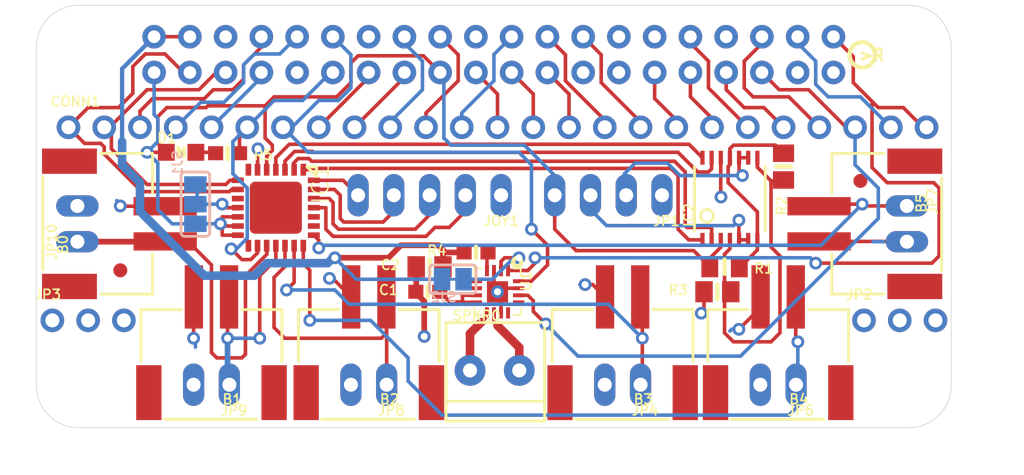
<source format=kicad_pcb>
(kicad_pcb (version 20211014) (generator pcbnew)
  (layers (0 "F.Cu" signal) (31 "B.Cu" signal) (34 "B.Paste" user) (35 "F.Paste" user) (36 "B.SilkS" user "B.Silkscreen") (37 "F.SilkS" user "F.Silkscreen") (38 "B.Mask" user) (39 "F.Mask" user) (44 "Edge.Cuts" user))
  (net 0 "")
  (net 1 "SDA")
  (net 2 "SCL")
  (net 3 "GPIO4")
  (net 4 "GPIO17")
  (net 5 "GPIO27")
  (net 6 "GPIO22")
  (net 7 "SPI_MOSI")
  (net 8 "SPI_MISO")
  (net 9 "SPI_SCLK")
  (net 10 "GPIO5")
  (net 11 "GPIO6")
  (net 12 "GPIO13")
  (net 13 "GPIO26")
  (net 14 "3.3V")
  (net 15 "GND")
  (net 16 "TXD")
  (net 17 "RXD")
  (net 18 "GPIO24")
  (net 19 "GPIO25")
  (net 20 "SPI_CE0")
  (net 21 "SPI_CE1")
  (net 22 "EECLK")
  (net 23 "GPIO16")
  (net 24 "GPIO20")
  (net 25 "GPIO23")
  (net 26 "EEDATA")
  (net 27 "GPIO12")
  (net 28 "B1_0")
  (net 29 "B1_1")
  (net 30 "B1_2")
  (net 31 "B1_3")
  (net 32 "B1_4")
  (net 33 "J1_0")
  (net 34 "J1_1")
  (net 35 "J1_2")
  (net 36 "J1_3")
  (net 37 "B1_5")
  (net 38 "2/3")
  (net 39 "1/3")
  (net 40 "+5V")
  (net 41 "LEFT")
  (net 42 "RIGHT")
  (net 43 "DOWN")
  (net 44 "UP")
  (net 45 "XOUT")
  (net 46 "YOUT")
  (net 47 "SD_MODE")
  (net 48 "VO-")
  (net 49 "VO+")
  (net 50 "BCLK")
  (net 51 "LRCLK")
  (net 52 "DIN")
  (net 53 "GAIN")
  (net 54 "N$1")
  (net 55 "N$2")
  (footprint "boardEagle:PI_BONNET" (layer "F.Cu") (at 116.0011 120.0036)
    (fp_text reference "RPI1" hide)
    (fp_text value "RASPBERRYPI_BPLUS_PHAT" hide)
    (fp_line (start 0 -27) (end 0 -3) (layer "Edge.Cuts") (width 0.05))
    (fp_line (start 65 -3) (end 65 -27) (layer "Edge.Cuts") (width 0.05))
    (fp_line (start 3 0) (end 62 0) (layer "Edge.Cuts") (width 0.05))
    (fp_line (start 62 -30) (end 3 -30) (layer "Edge.Cuts") (width 0.05))
    (fp_arc (start 62 -30) (mid 64.12132 -29.12132) (end 65 -27) (layer "Edge.Cuts") (width 0.05))
    (fp_arc (start 65 -3) (mid 64.12132 -0.87868) (end 62 0) (layer "Edge.Cuts") (width 0.05))
    (fp_arc (start 0 -27) (mid 0.87868 -29.12132) (end 3 -30) (layer "Edge.Cuts") (width 0.05))
    (fp_arc (start 3 0) (mid 0.87868 -0.87868) (end 0 -3) (layer "Edge.Cuts") (width 0.05))
  )
  (footprint "boardEagle:TERMBLOCK_1X2-3.5MM" (layer "F.Cu") (at 148.5131 115.9396)
    (fp_text reference "SPKR0")
    (fp_text value "3.5mm")
  )
  (footprint "boardEagle:1X25_ROUND_70MIL" (layer "F.Cu") (at 148.7671 98.6676)
    (fp_text reference "CONN1")
    (fp_text value "HEADER-1X25")
  )
  (footprint "boardEagle:JST-XH-2-SM4" (layer "F.Cu") (at 157.6571 113.0186 180)
    (fp_text reference "B3")
    (fp_text value "CON_JST_XH_2PIN-SM4")
  )
  (footprint "boardEagle:1X04_OVAL" (layer "F.Cu") (at 156.6411 103.4936 180)
    (fp_text reference "JP1")
    (fp_text value "")
  )
  (footprint "boardEagle:0603-NO" (layer "F.Cu") (at 143.8141 110.3516 180)
    (fp_text reference "C1")
    (fp_text value "0.1uF")
  )
  (footprint "boardEagle:1X02_OVAL" (layer "F.Cu") (at 168.7061 116.9556 180)
    (fp_text reference "JP6")
    (fp_text value "")
  )
  (footprint "boardEagle:1X02_OVAL" (layer "F.Cu") (at 157.6571 116.9556 180)
    (fp_text reference "JP4")
    (fp_text value "")
  )
  (footprint "boardEagle:1X03_ROUND" (layer "F.Cu") (at 177.3421 112.3836)
    (fp_text reference "JP2")
    (fp_text value "")
  )
  (footprint "boardEagle:QFN28-ML_6X6MM" (layer "F.Cu") (at 133.0191 104.3826 -90)
    (fp_text reference "IC1")
    (fp_text value "MCP23017ML")
  )
  (footprint "boardEagle:JST-XH-2-SM4" (layer "F.Cu") (at 168.7061 113.0186 180)
    (fp_text reference "B4")
    (fp_text value "CON_JST_XH_2PIN-SM4")
  )
  (footprint "boardEagle:1X02_OVAL" (layer "F.Cu") (at 177.8501 105.5256 -90)
    (fp_text reference "JP7")
    (fp_text value "")
  )
  (footprint "boardEagle:0805-NO" (layer "F.Cu") (at 164.3881 110.3516 180)
    (fp_text reference "R3")
    (fp_text value "10K")
  )
  (footprint "boardEagle:1X03_ROUND" (layer "F.Cu") (at 119.6841 112.3836)
    (fp_text reference "JP3")
    (fp_text value "")
  )
  (footprint "boardEagle:FIDUCIAL_1MM" (layer "F.Cu") (at 121.9701 108.8276)
    (fp_text reference "FID3" hide)
    (fp_text value "FIDUCIAL\"\"" hide)
  )
  (footprint "boardEagle:0805-NO" (layer "F.Cu") (at 169.0871 101.4616 -90)
    (fp_text reference "R2")
    (fp_text value "10K")
  )
  (footprint "boardEagle:TSSOP14" (layer "F.Cu") (at 165.2771 103.7476)
    (fp_text reference "IC2")
    (fp_text value "LM339P")
  )
  (footprint "boardEagle:1X05_OVAL" (layer "F.Cu") (at 143.9411 103.4936 180)
    (fp_text reference "JOY1")
    (fp_text value "")
  )
  (footprint "boardEagle:1X02_OVAL" (layer "F.Cu") (at 118.9221 105.5256 90)
    (fp_text reference "JP10")
    (fp_text value "")
  )
  (footprint "boardEagle:PCBFEAT-REV-040" (layer "F.Cu") (at 174.6751 93.5241)
    (fp_text reference "U$11" hide)
    (fp_text value "" hide)
  )
  (footprint "boardEagle:CHIPLED_0805_NOOUTLINE" (layer "F.Cu") (at 126.2881 100.4456 -90)
    (fp_text reference "D1")
    (fp_text value "red")
  )
  (footprint "boardEagle:QFN16_3MM" (layer "F.Cu") (at 148.7671 110.3516 -90)
    (fp_text reference "U1")
    (fp_text value "MAX98357A")
  )
  (footprint "boardEagle:JST-XH-2-SM4" (layer "F.Cu") (at 139.6231 113.0186 180)
    (fp_text reference "B2")
    (fp_text value "CON_JST_XH_2PIN-SM4")
  )
  (footprint "boardEagle:0805_10MGAP" (layer "F.Cu") (at 164.8961 108.5736)
    (fp_text reference "R1")
    (fp_text value "10K")
  )
  (footprint "boardEagle:JST-XH-2-SM4" (layer "F.Cu") (at 128.4471 113.0186 180)
    (fp_text reference "B1")
    (fp_text value "CON_JST_XH_2PIN-SM4")
  )
  (footprint "boardEagle:1X02_OVAL" (layer "F.Cu") (at 139.6231 116.9556 180)
    (fp_text reference "JP8")
    (fp_text value "")
  )
  (footprint "boardEagle:0603-NO" (layer "F.Cu") (at 147.2431 107.5576 180)
    (fp_text reference "R4")
    (fp_text value "1M")
  )
  (footprint "boardEagle:BONNET_ARCADE_REVB_TOP" (layer "F.Cu") (at 116.0011 120.0036)
    (fp_text reference "U$19" hide)
    (fp_text value "" hide)
  )
  (footprint "boardEagle:JST-XH-2-SM4" (layer "F.Cu") (at 122.8591 105.5256 90)
    (fp_text reference "B0")
    (fp_text value "CON_JST_XH_2PIN-SM4")
  )
  (footprint "boardEagle:1X02_OVAL" (layer "F.Cu") (at 128.4471 116.9556 180)
    (fp_text reference "JP9")
    (fp_text value "")
  )
  (footprint "boardEagle:0603-NO" (layer "F.Cu") (at 129.5901 100.5091)
    (fp_text reference "R5")
    (fp_text value "1K")
  )
  (footprint "boardEagle:JST-XH-2-SM4" (layer "F.Cu") (at 173.9131 105.5256 -90)
    (fp_text reference "B5")
    (fp_text value "CON_JST_XH_2PIN-SM4")
  )
  (footprint "boardEagle:FIDUCIAL_1MM" (layer "F.Cu") (at 174.5481 102.4776)
    (fp_text reference "FID2" hide)
    (fp_text value "FIDUCIAL\"\"" hide)
  )
  (footprint "boardEagle:0805-NO" (layer "F.Cu") (at 143.9411 108.5736 180)
    (fp_text reference "C2")
    (fp_text value "10uF")
  )
  (footprint "boardEagle:BONNET_ARCADE_REVB_BOT" (layer "B.Cu") (at 181.0251 120.0036 180)
    (fp_text reference "U$20" hide)
    (fp_text value "" hide)
  )
  (footprint "boardEagle:SOLDERJUMPER_CLOSEDWIRE" (layer "B.Cu") (at 145.5921 109.4626)
    (fp_text reference "SJ2")
    (fp_text value "")
  )
  (footprint "boardEagle:SOLDERJUMPER_2WAY_OPEN_NOPASTE" (layer "B.Cu") (at 127.3041 104.1286 -90)
    (fp_text reference "SJ1")
    (fp_text value "ADDR")
  )
  (segment (start 120.8271 100.5726) (end 120.8271 100.0646) (width 0.254) (layer "F.Cu") (net 1))
  (segment (start 120.8271 100.0646) (end 120.5731 99.8106) (width 0.254) (layer "F.Cu") (net 1))
  (segment (start 119.6841 97.2706) (end 121.8431 97.2706) (width 0.254) (layer "F.Cu") (net 1))
  (segment (start 122.8591 94.3496) (end 123.7481 93.4606) (width 0.254) (layer "F.Cu") (net 1))
  (segment (start 120.5731 99.8106) (end 119.4301 99.8106) (width 0.254) (layer "F.Cu") (net 1))
  (segment (start 121.8431 97.2706) (end 122.8591 96.2546) (width 0.254) (layer "F.Cu") (net 1))
  (segment (start 129.8741 103.0826) (end 130.3191 103.0826) (width 0.254) (layer "F.Cu") (net 1))
  (segment (start 126.4581 94.7736) (end 126.9111 94.7736) (width 0.254) (layer "F.Cu") (net 1))
  (segment (start 118.2871 98.6676) (end 119.6841 97.2706) (width 0.254) (layer "F.Cu") (net 1))
  (segment (start 129.7171 103.2396) (end 129.8741 103.0826) (width 0.254) (layer "F.Cu") (net 1))
  (segment (start 119.4301 99.8106) (end 118.2871 98.6676) (width 0.254) (layer "F.Cu") (net 1))
  (segment (start 123.4941 103.2396) (end 129.7171 103.2396) (width 0.254) (layer "F.Cu") (net 1))
  (segment (start 123.7481 93.4606) (end 125.1451 93.4606) (width 0.254) (layer "F.Cu") (net 1))
  (segment (start 122.8591 96.2546) (end 122.8591 94.3496) (width 0.254) (layer "F.Cu") (net 1))
  (segment (start 123.4941 103.2396) (end 120.8271 100.5726) (width 0.254) (layer "F.Cu") (net 1))
  (segment (start 125.1451 93.4606) (end 126.4581 94.7736) (width 0.254) (layer "F.Cu") (net 1))
  (segment (start 121.3351 100.1916) (end 121.3351 99.1756) (width 0.254) (layer "F.Cu") (net 2))
  (segment (start 123.8751 96.0006) (end 127.5581 96.0006) (width 0.254) (layer "F.Cu") (net 2))
  (segment (start 129.7621 102.4326) (end 130.3191 102.4326) (width 0.254) (layer "F.Cu") (net 2))
  (segment (start 127.5581 96.0006) (end 128.7851 94.7736) (width 0.254) (layer "F.Cu") (net 2))
  (segment (start 123.8751 102.7316) (end 129.4631 102.7316) (width 0.254) (layer "F.Cu") (net 2))
  (segment (start 120.8271 98.6676) (end 121.2081 98.6676) (width 0.254) (layer "F.Cu") (net 2))
  (segment (start 123.8751 102.7316) (end 121.3351 100.1916) (width 0.254) (layer "F.Cu") (net 2))
  (segment (start 121.3351 99.1756) (end 120.8271 98.6676) (width 0.254) (layer "F.Cu") (net 2))
  (segment (start 129.4631 102.7316) (end 129.7621 102.4326) (width 0.254) (layer "F.Cu") (net 2))
  (segment (start 121.2081 98.6676) (end 123.8751 96.0006) (width 0.254) (layer "F.Cu") (net 2))
  (segment (start 128.7851 94.7736) (end 129.4511 94.7736) (width 0.254) (layer "F.Cu") (net 2))
  (segment (start 128.4471 98.6676) (end 131.9911 95.1236) (width 0.254) (layer "B.Cu") (net 3))
  (segment (start 131.9911 95.1236) (end 131.9911 94.7736) (width 0.254) (layer "B.Cu") (net 3))
  (segment (start 130.6061 108.0656) (end 129.8441 107.3036) (width 0.254) (layer "F.Cu") (net 4))
  (segment (start 130.4401 99.2146) (end 130.9871 98.6676) (width 0.254) (layer "F.Cu") (net 4))
  (segment (start 131.7191 107.0826) (end 131.7191 107.5876) (width 0.254) (layer "F.Cu") (net 4))
  (segment (start 131.2411 108.0656) (end 130.6061 108.0656) (width 0.254) (layer "F.Cu") (net 4))
  (segment (start 130.4401 100.5091) (end 130.4401 99.2146) (width 0.254) (layer "F.Cu") (net 4))
  (segment (start 131.7191 107.5876) (end 131.2411 108.0656) (width 0.254) (layer "F.Cu") (net 4))
  (via (at 129.8441 107.3036) (size 0.9064) (drill 0.5) (layers "F.Cu" "B.Cu") (net 4))
  (segment (start 130.2251 107.3036) (end 129.8441 107.3036) (width 0.254) (layer "B.Cu") (net 4))
  (segment (start 130.9871 102.9856) (end 130.9871 106.5416) (width 0.254) (layer "B.Cu") (net 4))
  (segment (start 129.9711 101.9696) (end 130.9871 102.9856) (width 0.254) (layer "B.Cu") (net 4))
  (segment (start 130.9871 106.5416) (end 130.2251 107.3036) (width 0.254) (layer "B.Cu") (net 4))
  (segment (start 130.9871 98.6676) (end 132.8921 96.7626) (width 0.254) (layer "B.Cu") (net 4))
  (segment (start 129.9711 99.6836) (end 129.9711 101.9696) (width 0.254) (layer "B.Cu") (net 4))
  (segment (start 132.8921 96.7626) (end 134.9241 96.7626) (width 0.254) (layer "B.Cu") (net 4))
  (segment (start 130.9871 98.6676) (end 129.9711 99.6836) (width 0.254) (layer "B.Cu") (net 4))
  (segment (start 134.9241 96.7626) (end 136.9131 94.7736) (width 0.254) (layer "B.Cu") (net 4))
  (segment (start 136.9131 94.7736) (end 137.0711 94.7736) (width 0.254) (layer "B.Cu") (net 4))
  (segment (start 139.6111 95.1236) (end 136.0671 98.6676) (width 0.254) (layer "F.Cu") (net 5))
  (segment (start 139.6111 94.7736) (end 139.6111 95.1236) (width 0.254) (layer "F.Cu") (net 5))
  (segment (start 142.1511 94.7736) (end 142.1511 95.1236) (width 0.254) (layer "F.Cu") (net 6))
  (segment (start 142.1511 95.1236) (end 138.6071 98.6676) (width 0.254) (layer "F.Cu") (net 6))
  (segment (start 148.7671 96.3096) (end 148.7671 98.6676) (width 0.254) (layer "F.Cu") (net 7))
  (segment (start 147.2311 94.7736) (end 148.7671 96.3096) (width 0.254) (layer "F.Cu") (net 7))
  (segment (start 151.3071 96.3096) (end 151.3071 98.6676) (width 0.254) (layer "F.Cu") (net 8))
  (segment (start 149.7711 94.7736) (end 151.3071 96.3096) (width 0.254) (layer "F.Cu") (net 8))
  (segment (start 152.3111 94.7736) (end 153.8471 96.3096) (width 0.254) (layer "F.Cu") (net 9))
  (segment (start 153.8471 96.3096) (end 153.8471 98.6676) (width 0.254) (layer "F.Cu") (net 9))
  (segment (start 159.9311 94.7736) (end 159.9311 96.6236) (width 0.254) (layer "F.Cu") (net 10))
  (segment (start 159.9311 96.6236) (end 161.4671 98.1596) (width 0.254) (layer "F.Cu") (net 10))
  (segment (start 161.4671 98.1596) (end 161.4671 98.6676) (width 0.254) (layer "F.Cu") (net 10))
  (segment (start 162.4711 94.7736) (end 162.4711 96.4966) (width 0.254) (layer "F.Cu") (net 11))
  (segment (start 164.0071 98.0326) (end 164.0071 98.6676) (width 0.254) (layer "F.Cu") (net 11))
  (segment (start 162.4711 96.4966) (end 164.0071 98.0326) (width 0.254) (layer "F.Cu") (net 11))
  (segment (start 166.2931 97.2706) (end 167.6901 97.2706) (width 0.254) (layer "F.Cu") (net 12))
  (segment (start 165.0111 95.9886) (end 166.2931 97.2706) (width 0.254) (layer "F.Cu") (net 12))
  (segment (start 165.0111 94.7736) (end 165.0111 95.9886) (width 0.254) (layer "F.Cu") (net 12))
  (segment (start 167.6901 97.2706) (end 169.0871 98.6676) (width 0.254) (layer "F.Cu") (net 12))
  (segment (start 138.8611 93.5876) (end 143.5051 93.5876) (width 0.254) (layer "F.Cu") (net 14))
  (segment (start 130.3191 105.0326) (end 129.2091 105.0326) (width 0.254) (layer "F.Cu") (net 14))
  (segment (start 132.8921 96.5086) (end 137.3371 96.5086) (width 0.254) (layer "F.Cu") (net 14))
  (segment (start 138.3531 94.0956) (end 138.8611 93.5876) (width 0.254) (layer "F.Cu") (net 14))
  (segment (start 132.7651 100.3186) (end 132.7651 99.934144) (width 0.254) (layer "F.Cu") (net 14))
  (segment (start 132.3691 100.7146) (end 132.7651 100.3186) (width 0.254) (layer "F.Cu") (net 14))
  (segment (start 137.3371 96.5086) (end 138.3531 95.4926) (width 0.254) (layer "F.Cu") (net 14))
  (segment (start 125.2721 100.4456) (end 125.2381 100.4456) (width 0.254) (layer "F.Cu") (net 14))
  (segment (start 124.6371 99.8106) (end 125.2721 100.4456) (width 0.254) (layer "F.Cu") (net 14))
  (segment (start 163.8461 107.9726) (end 163.8461 108.5736) (width 0.254) (layer "F.Cu") (net 14))
  (segment (start 132.2571 97.1436) (end 132.2571 99.426144) (width 0.254) (layer "F.Cu") (net 14))
  (segment (start 125.2721 97.2706) (end 124.6371 97.9056) (width 0.254) (layer "F.Cu") (net 14))
  (segment (start 129.2391 105.6826) (end 129.2091 105.6526) (width 0.254) (layer "F.Cu") (net 14))
  (segment (start 129.2091 105.6826) (end 129.2091 105.6526) (width 0.254) (layer "F.Cu") (net 14))
  (segment (start 129.2091 105.6526) (end 129.2091 105.0326) (width 0.254) (layer "F.Cu") (net 14))
  (segment (start 124.6371 97.9056) (end 124.6371 99.8106) (width 0.254) (layer "F.Cu") (net 14))
  (segment (start 128.0661 97.2706) (end 125.2721 97.2706) (width 0.254) (layer "F.Cu") (net 14))
  (segment (start 129.2091 105.6526) (end 129.0821 105.5256) (width 0.254) (layer "F.Cu") (net 14))
  (segment (start 164.6271 106.6654) (end 164.6271 107.1916) (width 0.254) (layer "F.Cu") (net 14))
  (segment (start 154.3551 107.4306) (end 162.7031 107.4306) (width 0.254) (layer "F.Cu") (net 14))
  (segment (start 130.3191 106.3326) (end 129.2091 106.3326) (width 0.254) (layer "F.Cu") (net 14))
  (segment (start 125.2381 100.4456) (end 123.8751 100.4456) (width 0.254) (layer "F.Cu") (net 14))
  (segment (start 164.6271 107.1916) (end 163.8461 107.9726) (width 0.254) (layer "F.Cu") (net 14))
  (segment (start 128.1931 97.1436) (end 132.2571 97.1436) (width 0.254) (layer "F.Cu") (net 14))
  (segment (start 130.3191 105.6826) (end 129.2391 105.6826) (width 0.254) (layer "F.Cu") (net 14))
  (segment (start 128.1931 97.1436) (end 128.0661 97.2706) (width 0.254) (layer "F.Cu") (net 14))
  (segment (start 129.2091 106.3326) (end 129.2091 105.6826) (width 0.254) (layer "F.Cu") (net 14))
  (segment (start 162.7031 107.4306) (end 163.8461 108.5736) (width 0.254) (layer "F.Cu") (net 14))
  (segment (start 152.8311 103.4936) (end 152.8311 105.9066) (width 0.254) (layer "F.Cu") (net 14))
  (segment (start 143.5051 93.5876) (end 144.6911 94.7736) (width 0.254) (layer "F.Cu") (net 14))
  (segment (start 138.3531 95.4926) (end 138.3531 94.0956) (width 0.254) (layer "F.Cu") (net 14))
  (segment (start 152.8311 105.9066) (end 154.3551 107.4306) (width 0.254) (layer "F.Cu") (net 14))
  (segment (start 132.2571 97.1436) (end 132.8921 96.5086) (width 0.254) (layer "F.Cu") (net 14))
  (segment (start 132.3691 101.6826) (end 132.3691 100.7146) (width 0.254) (layer "F.Cu") (net 14))
  (segment (start 132.7651 99.934144) (end 132.2571 99.426144) (width 0.254) (layer "F.Cu") (net 14))
  (segment (start 129.1791 105.6526) (end 129.2091 105.6826) (width 0.254) (layer "F.Cu") (net 14))
  (via (at 123.8751 100.4456) (size 0.9064) (drill 0.5) (layers "F.Cu" "B.Cu") (net 14))
  (via (at 129.0821 105.5256) (size 0.9064) (drill 0.5) (layers "F.Cu" "B.Cu") (net 14))
  (segment (start 144.9571 99.4296) (end 144.9571 95.0396) (width 0.254) (layer "B.Cu") (net 14))
  (segment (start 145.4651 99.9376) (end 144.9571 99.4296) (width 0.254) (layer "B.Cu") (net 14))
  (segment (start 125.6531 105.5256) (end 127.3041 105.5256) (width 0.254) (layer "B.Cu") (net 14))
  (segment (start 124.6371 101.2076) (end 123.8751 100.4456) (width 0.254) (layer "B.Cu") (net 14))
  (segment (start 124.6371 98.0326) (end 124.6371 99.6836) (width 0.254) (layer "B.Cu") (net 14))
  (segment (start 124.3711 94.7736) (end 124.3711 97.7666) (width 0.254) (layer "B.Cu") (net 14))
  (segment (start 144.9571 95.0396) (end 144.6911 94.7736) (width 0.254) (layer "B.Cu") (net 14))
  (segment (start 124.6371 99.6836) (end 123.8751 100.4456) (width 0.254) (layer "B.Cu") (net 14))
  (segment (start 150.6721 99.9376) (end 145.4651 99.9376) (width 0.254) (layer "B.Cu") (net 14))
  (segment (start 127.3041 105.5256) (end 129.0821 105.5256) (width 0.254) (layer "B.Cu") (net 14))
  (segment (start 152.8311 103.4936) (end 152.8311 102.0966) (width 0.254) (layer "B.Cu") (net 14))
  (segment (start 124.6371 104.5096) (end 125.6531 105.5256) (width 0.254) (layer "B.Cu") (net 14))
  (segment (start 124.3711 97.7666) (end 124.6371 98.0326) (width 0.254) (layer "B.Cu") (net 14))
  (segment (start 124.6371 104.5096) (end 124.6371 101.2076) (width 0.254) (layer "B.Cu") (net 14))
  (segment (start 152.8311 102.0966) (end 150.6721 99.9376) (width 0.254) (layer "B.Cu") (net 14))
  (segment (start 142.9911 108.5736) (end 142.9911 110.1246) (width 0.4064) (layer "F.Cu") (net 15))
  (segment (start 167.4561 111.4746) (end 165.9121 113.0186) (width 0.254) (layer "F.Cu") (net 15))
  (segment (start 164.6271 100.8298) (end 164.6271 103.6206) (width 0.254) (layer "F.Cu") (net 15))
  (segment (start 171.6131 106.7756) (end 177.8301 106.7756) (width 0.254) (layer "F.Cu") (net 15))
  (segment (start 163.4381 110.3516) (end 163.4381 111.6826) (width 0.254) (layer "F.Cu") (net 15))
  (segment (start 143.5601 111.0256) (end 143.5601 113.5266) (width 0.4064) (layer "F.Cu") (net 15))
  (segment (start 142.9641 110.1516) (end 142.9641 110.3516) (width 0.4064) (layer "F.Cu") (net 15))
  (segment (start 131.7191 101.6826) (end 131.7191 100.2216) (width 0.254) (layer "F.Cu") (net 15))
  (segment (start 142.9641 110.4296) (end 142.9641 110.3516) (width 0.4064) (layer "F.Cu") (net 15))
  (segment (start 156.4071 110.7186) (end 155.5321 109.8436) (width 0.254) (layer "F.Cu") (net 15))
  (segment (start 148.5171 108.8516) (end 148.5171 110.1016) (width 0.254) (layer "F.Cu") (net 15))
  (segment (start 149.0171 111.8516) (end 149.0171 110.6016) (width 0.254) (layer "F.Cu") (net 15))
  (segment (start 121.9901 104.2756) (end 121.9701 104.2556) (width 0.254) (layer "F.Cu") (net 15))
  (segment (start 143.5601 111.0256) (end 142.9641 110.4296) (width 0.4064) (layer "F.Cu") (net 15))
  (segment (start 125.1591 104.2756) (end 121.9901 104.2756) (width 0.254) (layer "F.Cu") (net 15))
  (segment (start 150.2671 110.1016) (end 149.0171 110.1016) (width 0.254) (layer "F.Cu") (net 15))
  (segment (start 177.8301 106.7756) (end 177.8501 106.7956) (width 0.254) (layer "F.Cu") (net 15))
  (segment (start 167.4561 110.7186) (end 167.4561 111.4746) (width 0.254) (layer "F.Cu") (net 15))
  (segment (start 142.9911 110.1246) (end 142.9641 110.1516) (width 0.4064) (layer "F.Cu") (net 15))
  (segment (start 163.4381 111.6826) (end 163.2451 111.8756) (width 0.254) (layer "F.Cu") (net 15))
  (segment (start 131.7191 100.2216) (end 131.7491 100.1916) (width 0.254) (layer "F.Cu") (net 15))
  (segment (start 149.0171 110.1016) (end 148.7671 110.3516) (width 0.254) (layer "F.Cu") (net 15))
  (segment (start 127.1771 110.7386) (end 127.1771 113.6536) (width 0.254) (layer "F.Cu") (net 15))
  (segment (start 137.0536 109.3991) (end 136.8291 109.3991) (width 0.254) (layer "F.Cu") (net 15))
  (segment (start 149.0171 110.6016) (end 148.7671 110.3516) (width 0.254) (layer "F.Cu") (net 15))
  (segment (start 164.6271 103.6206) (end 164.6421 103.6206) (width 0.254) (layer "F.Cu") (net 15))
  (segment (start 155.5321 109.8436) (end 154.9901 109.8436) (width 0.254) (layer "F.Cu") (net 15))
  (segment (start 148.5171 110.1016) (end 148.7671 110.3516) (width 0.254) (layer "F.Cu") (net 15))
  (segment (start 138.3731 110.7186) (end 137.0536 109.3991) (width 0.254) (layer "F.Cu") (net 15))
  (segment (start 127.1971 110.7186) (end 127.1771 110.7386) (width 0.254) (layer "F.Cu") (net 15))
  (via (at 163.2451 111.8756) (size 0.9064) (drill 0.5) (layers "F.Cu" "B.Cu") (net 15))
  (via (at 121.9701 104.2556) (size 0.9064) (drill 0.5) (layers "F.Cu" "B.Cu") (net 15))
  (via (at 127.1771 113.6536) (size 0.9064) (drill 0.5) (layers "F.Cu" "B.Cu") (net 15))
  (via (at 148.7671 110.3516) (size 0.9064) (drill 0.5) (layers "F.Cu" "B.Cu") (net 15))
  (via (at 143.5601 113.5266) (size 0.9064) (drill 0.5) (layers "F.Cu" "B.Cu") (net 15))
  (via (at 165.9121 113.0186) (size 0.9064) (drill 0.5) (layers "F.Cu" "B.Cu") (net 15))
  (via (at 164.6421 103.6206) (size 0.9064) (drill 0.5) (layers "F.Cu" "B.Cu") (net 15))
  (via (at 154.9901 109.8436) (size 0.9064) (drill 0.5) (layers "F.Cu" "B.Cu") (net 15))
  (via (at 131.7491 100.1916) (size 0.9064) (drill 0.5) (layers "F.Cu" "B.Cu") (net 15))
  (via (at 136.8291 109.3991) (size 0.9064) (drill 0.5) (layers "F.Cu" "B.Cu") (net 15))
  (segment (start 127.3041 113.7806) (end 127.3041 114.2886) (width 0.254) (layer "B.Cu") (net 15))
  (segment (start 164.6421 103.7476) (end 164.5151 103.7476) (width 0.254) (layer "B.Cu") (net 15))
  (segment (start 143.5601 113.5266) (end 143.6871 113.3996) (width 0.254) (layer "B.Cu") (net 15))
  (segment (start 154.9901 109.8436) (end 154.6091 109.8436) (width 0.254) (layer "B.Cu") (net 15))
  (segment (start 175.4371 106.7956) (end 176.1991 106.7956) (width 0.254) (layer "B.Cu") (net 15))
  (segment (start 121.9701 104.1286) (end 121.7161 103.8746) (width 0.254) (layer "B.Cu") (net 15))
  (segment (start 165.9121 113.0186) (end 165.4041 113.0186) (width 0.254) (layer "B.Cu") (net 15))
  (segment (start 165.4041 113.0186) (end 165.2771 113.1456) (width 0.254) (layer "B.Cu") (net 15))
  (segment (start 164.6421 103.6206) (end 164.6421 103.7476) (width 0.254) (layer "B.Cu") (net 15))
  (segment (start 127.1771 113.6536) (end 127.3041 113.7806) (width 0.254) (layer "B.Cu") (net 15))
  (segment (start 121.9701 104.2556) (end 121.9701 104.1286) (width 0.254) (layer "B.Cu") (net 15))
  (segment (start 123.3671 97.5246) (end 123.3671 98.6676) (width 0.254) (layer "F.Cu") (net 16))
  (segment (start 124.2561 96.6356) (end 127.9391 96.6356) (width 0.254) (layer "F.Cu") (net 16))
  (segment (start 131.9911 92.9646) (end 131.9911 92.2336) (width 0.254) (layer "F.Cu") (net 16))
  (segment (start 130.7331 94.2226) (end 131.9911 92.9646) (width 0.254) (layer "F.Cu") (net 16))
  (segment (start 129.9711 96.0006) (end 130.7331 95.2386) (width 0.254) (layer "F.Cu") (net 16))
  (segment (start 130.7331 95.2386) (end 130.7331 94.2226) (width 0.254) (layer "F.Cu") (net 16))
  (segment (start 124.2561 96.6356) (end 123.3671 97.5246) (width 0.254) (layer "F.Cu") (net 16))
  (segment (start 127.9391 96.6356) (end 128.5741 96.0006) (width 0.254) (layer "F.Cu") (net 16))
  (segment (start 128.5741 96.0006) (end 129.9711 96.0006) (width 0.254) (layer "F.Cu") (net 16))
  (segment (start 129.3361 96.8896) (end 127.6851 96.8896) (width 0.254) (layer "B.Cu") (net 17))
  (segment (start 127.6851 96.8896) (end 125.9071 98.6676) (width 0.254) (layer "B.Cu") (net 17))
  (segment (start 133.3041 93.4606) (end 131.4951 93.4606) (width 0.254) (layer "B.Cu") (net 17))
  (segment (start 131.4951 93.4606) (end 130.7331 94.2226) (width 0.254) (layer "B.Cu") (net 17))
  (segment (start 134.5311 92.2336) (end 133.3041 93.4606) (width 0.254) (layer "B.Cu") (net 17))
  (segment (start 130.7331 95.4926) (end 129.3361 96.8896) (width 0.254) (layer "B.Cu") (net 17))
  (segment (start 130.7331 94.2226) (end 130.7331 95.4926) (width 0.254) (layer "B.Cu") (net 17))
  (segment (start 145.9731 93.5156) (end 145.9731 95.3656) (width 0.254) (layer "F.Cu") (net 18))
  (segment (start 145.9731 95.3656) (end 143.6871 97.6516) (width 0.254) (layer "F.Cu") (net 18))
  (segment (start 143.6871 97.6516) (end 143.6871 98.6676) (width 0.254) (layer "F.Cu") (net 18))
  (segment (start 144.6911 92.2336) (end 145.9731 93.5156) (width 0.254) (layer "F.Cu") (net 18))
  (segment (start 146.2271 97.6516) (end 146.2271 98.6676) (width 0.254) (layer "B.Cu") (net 19))
  (segment (start 149.7711 92.2336) (end 148.5131 93.4916) (width 0.254) (layer "B.Cu") (net 19))
  (segment (start 148.5131 95.3656) (end 146.2271 97.6516) (width 0.254) (layer "B.Cu") (net 19))
  (segment (start 148.5131 93.4916) (end 148.5131 95.3656) (width 0.254) (layer "B.Cu") (net 19))
  (segment (start 156.3871 98.1596) (end 156.3871 98.6676) (width 0.254) (layer "F.Cu") (net 20))
  (segment (start 152.3111 92.2336) (end 153.5931 93.5156) (width 0.254) (layer "F.Cu") (net 20))
  (segment (start 153.5931 93.5156) (end 153.5931 95.3656) (width 0.254) (layer "F.Cu") (net 20))
  (segment (start 153.5931 95.3656) (end 156.3871 98.1596) (width 0.254) (layer "F.Cu") (net 20))
  (segment (start 156.1331 93.5156) (end 156.1331 95.4926) (width 0.254) (layer "F.Cu") (net 21))
  (segment (start 156.1331 95.4926) (end 158.9271 98.2866) (width 0.254) (layer "F.Cu") (net 21))
  (segment (start 154.8511 92.2336) (end 156.1331 93.5156) (width 0.254) (layer "F.Cu") (net 21))
  (segment (start 158.9271 98.2866) (end 158.9271 98.6676) (width 0.254) (layer "F.Cu") (net 21))
  (segment (start 166.2931 95.8736) (end 166.9281 96.5086) (width 0.254) (layer "F.Cu") (net 23))
  (segment (start 166.2931 93.9686) (end 166.2931 95.8736) (width 0.254) (layer "F.Cu") (net 23))
  (segment (start 169.4681 96.5086) (end 171.6271 98.6676) (width 0.254) (layer "F.Cu") (net 23))
  (segment (start 167.5511 92.2336) (end 167.5511 92.7106) (width 0.254) (layer "F.Cu") (net 23))
  (segment (start 167.5511 92.7106) (end 166.2931 93.9686) (width 0.254) (layer "F.Cu") (net 23))
  (segment (start 166.9281 96.5086) (end 169.4681 96.5086) (width 0.254) (layer "F.Cu") (net 23))
  (segment (start 170.0911 92.6866) (end 171.3731 93.9686) (width 0.254) (layer "B.Cu") (net 24))
  (segment (start 171.3731 93.9686) (end 171.3731 95.6196) (width 0.254) (layer "B.Cu") (net 24))
  (segment (start 170.0911 92.2336) (end 170.0911 92.6866) (width 0.254) (layer "B.Cu") (net 24))
  (segment (start 174.5481 96.5086) (end 176.7071 98.6676) (width 0.254) (layer "B.Cu") (net 24))
  (segment (start 171.3731 95.6196) (end 172.2621 96.5086) (width 0.254) (layer "B.Cu") (net 24))
  (segment (start 172.2621 96.5086) (end 174.5481 96.5086) (width 0.254) (layer "B.Cu") (net 24))
  (segment (start 142.1511 92.6866) (end 143.4331 93.9686) (width 0.254) (layer "B.Cu") (net 25))
  (segment (start 143.4331 96.0006) (end 141.1471 98.2866) (width 0.254) (layer "B.Cu") (net 25))
  (segment (start 141.1471 98.2866) (end 141.1471 98.6676) (width 0.254) (layer "B.Cu") (net 25))
  (segment (start 143.4331 93.9686) (end 143.4331 96.0006) (width 0.254) (layer "B.Cu") (net 25))
  (segment (start 142.1511 92.2336) (end 142.1511 92.6866) (width 0.254) (layer "B.Cu") (net 25))
  (segment (start 162.4711 92.2336) (end 162.4711 92.6866) (width 0.254) (layer "F.Cu") (net 27))
  (segment (start 163.7531 93.9686) (end 163.7531 95.8736) (width 0.254) (layer "F.Cu") (net 27))
  (segment (start 162.4711 92.6866) (end 163.7531 93.9686) (width 0.254) (layer "F.Cu") (net 27))
  (segment (start 163.7531 95.8736) (end 166.5471 98.6676) (width 0.254) (layer "F.Cu") (net 27))
  (segment (start 132.3841 107.6846) (end 132.3841 107.0976) (width 0.254) (layer "F.Cu") (net 28))
  (segment (start 128.4471 108.4466) (end 128.4471 114.6696) (width 0.254) (layer "F.Cu") (net 28))
  (segment (start 130.8601 114.7966) (end 130.8601 109.2086) (width 0.254) (layer "F.Cu") (net 28))
  (segment (start 128.4471 114.6696) (end 128.8281 115.0506) (width 0.254) (layer "F.Cu") (net 28))
  (segment (start 128.8281 115.0506) (end 130.6061 115.0506) (width 0.254) (layer "F.Cu") (net 28))
  (segment (start 130.8601 109.2086) (end 132.3841 107.6846) (width 0.254) (layer "F.Cu") (net 28))
  (segment (start 130.6061 115.0506) (end 130.8601 114.7966) (width 0.254) (layer "F.Cu") (net 28))
  (segment (start 132.3841 107.0976) (end 132.3691 107.0826) (width 0.254) (layer "F.Cu") (net 28))
  (segment (start 125.1591 106.7756) (end 126.7761 106.7756) (width 0.254) (layer "F.Cu") (net 28))
  (segment (start 118.9221 106.7956) (end 125.1591 106.7956) (width 0.4064) (layer "F.Cu") (net 28))
  (segment (start 126.7761 106.7756) (end 128.4471 108.4466) (width 0.254) (layer "F.Cu") (net 28))
  (segment (start 125.1591 106.7956) (end 125.1591 106.7756) (width 0.4064) (layer "F.Cu") (net 28))
  (segment (start 133.0191 107.0826) (end 133.0191 108.0656) (width 0.254) (layer "F.Cu") (net 29))
  (segment (start 129.5901 110.8256) (end 129.6971 110.7186) (width 0.254) (layer "F.Cu") (net 29))
  (segment (start 129.6971 110.7186) (end 129.6971 110.2446) (width 0.254) (layer "F.Cu") (net 29))
  (segment (start 129.5901 113.6536) (end 129.5901 110.8256) (width 0.254) (layer "F.Cu") (net 29))
  (segment (start 133.0191 108.0656) (end 131.8761 109.2086) (width 0.254) (layer "F.Cu") (net 29))
  (segment (start 131.8761 109.2086) (end 131.8761 113.6536) (width 0.254) (layer "F.Cu") (net 29))
  (via (at 129.5901 113.6536) (size 0.9064) (drill 0.5) (layers "F.Cu" "B.Cu") (net 29))
  (via (at 131.8761 113.6536) (size 0.9064) (drill 0.5) (layers "F.Cu" "B.Cu") (net 29))
  (segment (start 131.8761 113.6536) (end 129.5901 113.6536) (width 0.254) (layer "B.Cu") (net 29))
  (segment (start 129.5901 116.9556) (end 129.5901 113.6536) (width 0.4064) (layer "B.Cu") (net 29))
  (segment (start 129.7171 116.9556) (end 129.5901 116.9556) (width 0.4064) (layer "B.Cu") (net 29))
  (segment (start 133.6541 113.6536) (end 135.0511 113.6536) (width 0.254) (layer "F.Cu") (net 30))
  (segment (start 133.6691 108.5586) (end 132.8921 109.3356) (width 0.254) (layer "F.Cu") (net 30))
  (segment (start 133.6691 107.0826) (end 133.6691 108.5586) (width 0.254) (layer "F.Cu") (net 30))
  (segment (start 140.5121 113.6536) (end 140.8731 113.2926) (width 0.254) (layer "F.Cu") (net 30))
  (segment (start 132.8921 112.8916) (end 133.6541 113.6536) (width 0.254) (layer "F.Cu") (net 30))
  (segment (start 135.1781 113.6536) (end 140.5121 113.6536) (width 0.254) (layer "F.Cu") (net 30))
  (segment (start 132.8921 109.3356) (end 132.8921 112.8916) (width 0.254) (layer "F.Cu") (net 30))
  (segment (start 140.8731 113.2926) (end 140.8731 110.7186) (width 0.254) (layer "F.Cu") (net 30))
  (segment (start 140.8931 110.7386) (end 140.8731 110.7186) (width 0.254) (layer "F.Cu") (net 30))
  (segment (start 140.8931 116.9556) (end 140.8931 110.7386) (width 0.254) (layer "F.Cu") (net 30))
  (segment (start 135.0511 113.6536) (end 135.1781 113.6536) (width 0.254) (layer "F.Cu") (net 30))
  (segment (start 134.3191 109.6866) (end 133.7811 110.2246) (width 0.254) (layer "F.Cu") (net 31))
  (segment (start 159.0541 110.8656) (end 158.9071 110.7186) (width 0.254) (layer "F.Cu") (net 31))
  (segment (start 159.0541 113.6536) (end 159.0541 116.8286) (width 0.254) (layer "F.Cu") (net 31))
  (segment (start 159.0541 116.8286) (end 158.9271 116.9556) (width 0.254) (layer "F.Cu") (net 31))
  (segment (start 159.0541 113.6536) (end 159.0541 110.8656) (width 0.254) (layer "F.Cu") (net 31))
  (segment (start 134.3191 107.0826) (end 134.3191 109.6866) (width 0.254) (layer "F.Cu") (net 31))
  (via (at 133.7811 110.2246) (size 0.9064) (drill 0.5) (layers "F.Cu" "B.Cu") (net 31))
  (via (at 159.0541 113.6536) (size 0.9064) (drill 0.5) (layers "F.Cu" "B.Cu") (net 31))
  (segment (start 133.7811 110.2246) (end 137.2101 110.2246) (width 0.254) (layer "B.Cu") (net 31))
  (segment (start 137.2101 110.2246) (end 138.2261 111.2406) (width 0.254) (layer "B.Cu") (net 31))
  (segment (start 156.6411 111.2406) (end 159.0541 113.6536) (width 0.254) (layer "B.Cu") (net 31))
  (segment (start 138.2261 111.2406) (end 156.6411 111.2406) (width 0.254) (layer "B.Cu") (net 31))
  (segment (start 134.9691 108.3526) (end 135.4321 108.8156) (width 0.254) (layer "F.Cu") (net 32))
  (segment (start 169.9561 110.7186) (end 169.9561 113.7606) (width 0.254) (layer "F.Cu") (net 32))
  (segment (start 134.9691 107.0826) (end 134.9691 108.3526) (width 0.254) (layer "F.Cu") (net 32))
  (segment (start 135.4321 108.8156) (end 135.4321 112.3836) (width 0.254) (layer "F.Cu") (net 32))
  (segment (start 169.9561 113.7606) (end 170.1031 113.9076) (width 0.254) (layer "F.Cu") (net 32))
  (via (at 135.4321 112.3836) (size 0.9064) (drill 0.5) (layers "F.Cu" "B.Cu") (net 32))
  (via (at 170.1031 113.9076) (size 0.9064) (drill 0.5) (layers "F.Cu" "B.Cu") (net 32))
  (segment (start 170.1031 117.0826) (end 169.9761 116.9556) (width 0.254) (layer "B.Cu") (net 32))
  (segment (start 170.1031 116.8286) (end 170.1031 113.9076) (width 0.254) (layer "B.Cu") (net 32))
  (segment (start 142.4171 115.0506) (end 142.4171 116.7016) (width 0.254) (layer "B.Cu") (net 32))
  (segment (start 144.8301 119.1146) (end 169.4681 119.1146) (width 0.254) (layer "B.Cu") (net 32))
  (segment (start 169.4681 119.1146) (end 170.1031 118.4796) (width 0.254) (layer "B.Cu") (net 32))
  (segment (start 135.4321 112.3836) (end 139.7501 112.3836) (width 0.254) (layer "B.Cu") (net 32))
  (segment (start 139.7501 112.3836) (end 142.4171 115.0506) (width 0.254) (layer "B.Cu") (net 32))
  (segment (start 142.4171 116.7016) (end 144.8301 119.1146) (width 0.254) (layer "B.Cu") (net 32))
  (segment (start 169.9761 116.9556) (end 170.1031 116.8286) (width 0.254) (layer "B.Cu") (net 32))
  (segment (start 170.1031 118.4796) (end 170.1031 117.0826) (width 0.254) (layer "B.Cu") (net 32))
  (segment (start 135.7191 102.4326) (end 137.8001 102.4326) (width 0.254) (layer "F.Cu") (net 33))
  (segment (start 137.8001 102.4326) (end 138.8611 103.4936) (width 0.254) (layer "F.Cu") (net 33))
  (segment (start 135.7191 103.0826) (end 137.1801 103.0826) (width 0.254) (layer "F.Cu") (net 34))
  (segment (start 137.8451 105.3986) (end 140.6391 105.3986) (width 0.254) (layer "F.Cu") (net 34))
  (segment (start 137.5911 105.1446) (end 137.8451 105.3986) (width 0.254) (layer "F.Cu") (net 34))
  (segment (start 137.5911 103.4936) (end 137.5911 105.1446) (width 0.254) (layer "F.Cu") (net 34))
  (segment (start 140.6391 105.3986) (end 141.4011 104.6366) (width 0.254) (layer "F.Cu") (net 34))
  (segment (start 137.1801 103.0826) (end 137.5911 103.4936) (width 0.254) (layer "F.Cu") (net 34))
  (segment (start 141.4011 104.6366) (end 141.4011 103.4936) (width 0.254) (layer "F.Cu") (net 34))
  (segment (start 137.0831 104.0016) (end 137.0831 105.5256) (width 0.254) (layer "F.Cu") (net 35))
  (segment (start 137.0831 105.5256) (end 137.4641 105.9066) (width 0.254) (layer "F.Cu") (net 35))
  (segment (start 136.8141 103.7326) (end 137.0831 104.0016) (width 0.254) (layer "F.Cu") (net 35))
  (segment (start 142.9251 105.9066) (end 143.9411 104.8906) (width 0.254) (layer "F.Cu") (net 35))
  (segment (start 143.9411 104.8906) (end 143.9411 103.4936) (width 0.254) (layer "F.Cu") (net 35))
  (segment (start 137.4641 105.9066) (end 142.9251 105.9066) (width 0.254) (layer "F.Cu") (net 35))
  (segment (start 135.7191 103.7326) (end 136.8141 103.7326) (width 0.254) (layer "F.Cu") (net 35))
  (segment (start 144.3221 105.7796) (end 145.3381 105.7796) (width 0.254) (layer "F.Cu") (net 36))
  (segment (start 143.6871 106.4146) (end 144.3221 105.7796) (width 0.254) (layer "F.Cu") (net 36))
  (segment (start 146.4811 104.6366) (end 146.4811 103.4936) (width 0.254) (layer "F.Cu") (net 36))
  (segment (start 136.5751 104.3826) (end 136.5751 105.9066) (width 0.254) (layer "F.Cu") (net 36))
  (segment (start 145.3381 105.7796) (end 146.4811 104.6366) (width 0.254) (layer "F.Cu") (net 36))
  (segment (start 136.5751 105.9066) (end 137.0831 106.4146) (width 0.254) (layer "F.Cu") (net 36))
  (segment (start 137.0831 106.4146) (end 143.6871 106.4146) (width 0.254) (layer "F.Cu") (net 36))
  (segment (start 135.7191 104.3826) (end 136.5751 104.3826) (width 0.254) (layer "F.Cu") (net 36))
  (segment (start 174.6751 104.1286) (end 171.7601 104.1286) (width 0.254) (layer "F.Cu") (net 37))
  (segment (start 136.0671 106.6806) (end 136.0671 107.2401) (width 0.254) (layer "F.Cu") (net 37))
  (segment (start 135.7191 106.3326) (end 136.0671 106.6806) (width 0.254) (layer "F.Cu") (net 37))
  (segment (start 177.8501 104.2556) (end 174.8021 104.2556) (width 0.254) (layer "F.Cu") (net 37))
  (segment (start 174.8021 104.2556) (end 174.6751 104.1286) (width 0.254) (layer "F.Cu") (net 37))
  (segment (start 171.7601 104.1286) (end 171.6131 104.2756) (width 0.254) (layer "F.Cu") (net 37))
  (via (at 136.0671 107.2401) (size 0.9064) (drill 0.5) (layers "F.Cu" "B.Cu") (net 37))
  (via (at 174.6751 104.1286) (size 0.9064) (drill 0.5) (layers "F.Cu" "B.Cu") (net 37))
  (segment (start 171.7541 107.0496) (end 174.6751 104.1286) (width 0.254) (layer "B.Cu") (net 37))
  (segment (start 171.7541 107.0496) (end 136.2576 107.0496) (width 0.254) (layer "B.Cu") (net 37))
  (segment (start 136.2576 107.0496) (end 136.0671 107.2401) (width 0.254) (layer "B.Cu") (net 37))
  (segment (start 165.9461 108.5736) (end 166.0391 108.5736) (width 0.254) (layer "F.Cu") (net 38))
  (segment (start 165.2771 100.8298) (end 165.2771 100.1916) (width 0.254) (layer "F.Cu") (net 38))
  (segment (start 168.5131 99.9376) (end 169.0871 100.5116) (width 0.254) (layer "F.Cu") (net 38))
  (segment (start 167.2271 104.6816) (end 165.1501 102.6046) (width 0.254) (layer "F.Cu") (net 38))
  (segment (start 165.2771 100.8298) (end 165.2771 101.3346) (width 0.254) (layer "F.Cu") (net 38))
  (segment (start 167.2271 104.6816) (end 167.2271 106.6654) (width 0.254) (layer "F.Cu") (net 38))
  (segment (start 165.1501 101.4616) (end 165.1501 102.6046) (width 0.254) (layer "F.Cu") (net 38))
  (segment (start 167.2271 107.3856) (end 167.2271 106.6654) (width 0.254) (layer "F.Cu") (net 38))
  (segment (start 165.2771 100.1916) (end 165.5311 99.9376) (width 0.254) (layer "F.Cu") (net 38))
  (segment (start 165.5311 99.9376) (end 168.5131 99.9376) (width 0.254) (layer "F.Cu") (net 38))
  (segment (start 165.2771 101.3346) (end 165.1501 101.4616) (width 0.254) (layer "F.Cu") (net 38))
  (segment (start 166.0391 108.5736) (end 167.2271 107.3856) (width 0.254) (layer "F.Cu") (net 38))
  (segment (start 168.1981 102.4776) (end 168.1981 107.1766) (width 0.254) (layer "F.Cu") (net 39))
  (segment (start 169.5951 102.4776) (end 169.1531 102.4776) (width 0.254) (layer "F.Cu") (net 39))
  (segment (start 164.8961 110.0316) (end 165.0181 110.0316) (width 0.254) (layer "F.Cu") (net 39))
  (segment (start 165.2771 106.6654) (end 165.2771 107.3036) (width 0.254) (layer "F.Cu") (net 39))
  (segment (start 165.0181 110.0316) (end 165.3381 110.3516) (width 0.254) (layer "F.Cu") (net 39))
  (segment (start 164.8961 107.6846) (end 164.8961 110.0316) (width 0.254) (layer "F.Cu") (net 39))
  (segment (start 164.8961 110.7936) (end 165.3381 110.3516) (width 0.254) (layer "F.Cu") (net 39))
  (segment (start 168.1981 102.4776) (end 169.1531 102.4776) (width 0.254) (layer "F.Cu") (net 39))
  (segment (start 169.1531 102.4776) (end 169.0871 102.4116) (width 0.254) (layer "F.Cu") (net 39))
  (segment (start 165.5311 113.9076) (end 164.8961 113.2726) (width 0.254) (layer "F.Cu") (net 39))
  (segment (start 165.2771 107.3036) (end 164.8961 107.6846) (width 0.254) (layer "F.Cu") (net 39))
  (segment (start 168.8331 107.8116) (end 168.8331 113.2726) (width 0.254) (layer "F.Cu") (net 39))
  (segment (start 168.1981 113.9076) (end 165.5311 113.9076) (width 0.254) (layer "F.Cu") (net 39))
  (segment (start 168.1981 107.1766) (end 168.8331 107.8116) (width 0.254) (layer "F.Cu") (net 39))
  (segment (start 167.2271 100.8298) (end 167.2271 101.5066) (width 0.254) (layer "F.Cu") (net 39))
  (segment (start 164.8961 113.2726) (end 164.8961 110.7936) (width 0.254) (layer "F.Cu") (net 39))
  (segment (start 167.2271 101.5066) (end 168.1981 102.4776) (width 0.254) (layer "F.Cu") (net 39))
  (segment (start 168.8331 113.2726) (end 168.1981 113.9076) (width 0.254) (layer "F.Cu") (net 39))
  (segment (start 147.2671 110.6016) (end 146.2761 110.6016) (width 0.254) (layer "F.Cu") (net 40))
  (segment (start 144.5761 107.0496) (end 144.8911 107.3646) (width 0.4064) (layer "F.Cu") (net 40))
  (segment (start 144.6641 110.3516) (end 145.3871 111.0746) (width 0.254) (layer "F.Cu") (net 40))
  (segment (start 137.2101 107.9386) (end 141.0201 107.9386) (width 0.4064) (layer "F.Cu") (net 40))
  (segment (start 141.9091 107.0496) (end 144.5761 107.0496) (width 0.4064) (layer "F.Cu") (net 40))
  (segment (start 144.8911 107.3646) (end 144.8911 107.5576) (width 0.4064) (layer "F.Cu") (net 40))
  (segment (start 145.3871 111.0746) (end 146.2761 111.0746) (width 0.254) (layer "F.Cu") (net 40))
  (segment (start 144.8911 107.5576) (end 144.8911 108.5736) (width 0.4064) (layer "F.Cu") (net 40))
  (segment (start 147.2671 111.1016) (end 146.2761 111.1016) (width 0.254) (layer "F.Cu") (net 40))
  (segment (start 144.6641 110.3516) (end 144.8911 110.3516) (width 0.4064) (layer "F.Cu") (net 40))
  (segment (start 124.3711 92.2336) (end 126.9111 92.2336) (width 0.254) (layer "F.Cu") (net 40))
  (segment (start 141.0201 107.9386) (end 141.9091 107.0496) (width 0.4064) (layer "F.Cu") (net 40))
  (segment (start 146.2761 111.1016) (end 146.2761 111.0746) (width 0.254) (layer "F.Cu") (net 40))
  (segment (start 144.8911 110.3516) (end 144.8911 108.5736) (width 0.4064) (layer "F.Cu") (net 40))
  (segment (start 146.2761 110.6016) (end 146.2761 111.0746) (width 0.254) (layer "F.Cu") (net 40))
  (segment (start 146.3931 107.5576) (end 144.8911 107.5576) (width 0.4064) (layer "F.Cu") (net 40))
  (via (at 137.2101 107.9386) (size 0.9064) (drill 0.5) (layers "F.Cu" "B.Cu") (net 40))
  (segment (start 122.0971 99.6836) (end 122.0971 101.3346) (width 0.6096) (layer "B.Cu") (net 40))
  (segment (start 131.4951 109.2086) (end 132.3841 108.3196) (width 0.6096) (layer "B.Cu") (net 40))
  (segment (start 137.0831 107.9386) (end 137.2101 107.9386) (width 0.6096) (layer "B.Cu") (net 40))
  (segment (start 124.3711 92.2336) (end 122.0971 94.5076) (width 0.3048) (layer "B.Cu") (net 40))
  (segment (start 138.7341 109.4626) (end 137.2101 107.9386) (width 0.254) (layer "B.Cu") (net 40))
  (segment (start 123.3671 102.6046) (end 123.3671 104.6366) (width 0.6096) (layer "B.Cu") (net 40))
  (segment (start 127.9391 109.2086) (end 131.4951 109.2086) (width 0.6096) (layer "B.Cu") (net 40))
  (segment (start 132.3841 108.3196) (end 136.7021 108.3196) (width 0.6096) (layer "B.Cu") (net 40))
  (segment (start 122.0971 101.3346) (end 123.3671 102.6046) (width 0.6096) (layer "B.Cu") (net 40))
  (segment (start 123.3671 104.6366) (end 127.9391 109.2086) (width 0.6096) (layer "B.Cu") (net 40))
  (segment (start 122.0971 94.5076) (end 122.0971 99.6836) (width 0.3048) (layer "B.Cu") (net 40))
  (segment (start 136.7021 108.3196) (end 137.0831 107.9386) (width 0.6096) (layer "B.Cu") (net 40))
  (segment (start 144.8301 109.4626) (end 138.7341 109.4626) (width 0.254) (layer "B.Cu") (net 40))
  (segment (start 134.2891 101.2076) (end 134.2891 101.6526) (width 0.254) (layer "F.Cu") (net 41))
  (segment (start 135.3686 100.8901) (end 134.6066 100.8901) (width 0.254) (layer "F.Cu") (net 41))
  (segment (start 135.5591 101.0806) (end 135.3686 100.8901) (width 0.254) (layer "F.Cu") (net 41))
  (segment (start 161.3401 101.0806) (end 135.5591 101.0806) (width 0.254) (layer "F.Cu") (net 41))
  (segment (start 134.2891 101.6526) (end 134.3191 101.6826) (width 0.254) (layer "F.Cu") (net 41))
  (segment (start 162.2291 105.7796) (end 162.1021 105.6526) (width 0.254) (layer "F.Cu") (net 41))
  (segment (start 163.8801 105.7796) (end 162.2291 105.7796) (width 0.254) (layer "F.Cu") (net 41))
  (segment (start 163.9771 106.6654) (end 163.9771 105.8766) (width 0.254) (layer "F.Cu") (net 41))
  (segment (start 162.1021 101.8426) (end 161.3401 101.0806) (width 0.254) (layer "F.Cu") (net 41))
  (segment (start 163.9771 105.8766) (end 163.8801 105.7796) (width 0.254) (layer "F.Cu") (net 41))
  (segment (start 134.6066 100.8901) (end 134.2891 101.2076) (width 0.254) (layer "F.Cu") (net 41))
  (segment (start 162.1021 105.6526) (end 162.1021 101.8426) (width 0.254) (layer "F.Cu") (net 41))
  (segment (start 162.3529 106.6654) (end 161.5941 105.9066) (width 0.254) (layer "F.Cu") (net 42))
  (segment (start 161.5941 105.9066) (end 161.5941 102.0966) (width 0.254) (layer "F.Cu") (net 42))
  (segment (start 161.0861 101.5886) (end 135.5591 101.5886) (width 0.254) (layer "F.Cu") (net 42))
  (segment (start 161.5941 102.0966) (end 161.0861 101.5886) (width 0.254) (layer "F.Cu") (net 42))
  (segment (start 163.3271 106.6654) (end 162.3529 106.6654) (width 0.254) (layer "F.Cu") (net 42))
  (segment (start 135.4651 101.6826) (end 134.9691 101.6826) (width 0.254) (layer "F.Cu") (net 42))
  (segment (start 135.5591 101.5886) (end 135.4651 101.6826) (width 0.254) (layer "F.Cu") (net 42))
  (segment (start 163.3271 100.8298) (end 162.3714 99.8741) (width 0.254) (layer "F.Cu") (net 43))
  (segment (start 162.3714 99.8741) (end 133.9716 99.8741) (width 0.254) (layer "F.Cu") (net 43))
  (segment (start 133.9716 99.8741) (end 133.0191 100.8266) (width 0.254) (layer "F.Cu") (net 43))
  (segment (start 133.0191 100.8266) (end 133.0191 101.6826) (width 0.254) (layer "F.Cu") (net 43))
  (segment (start 163.9771 101.6186) (end 163.9771 100.8298) (width 0.254) (layer "F.Cu") (net 44))
  (segment (start 133.6691 101.6826) (end 133.6691 101.0656) (width 0.254) (layer "F.Cu") (net 44))
  (segment (start 161.5941 100.4456) (end 162.9911 101.8426) (width 0.254) (layer "F.Cu") (net 44))
  (segment (start 135.6861 100.4456) (end 161.5941 100.4456) (width 0.254) (layer "F.Cu") (net 44))
  (segment (start 134.3526 100.3821) (end 135.6226 100.3821) (width 0.254) (layer "F.Cu") (net 44))
  (segment (start 133.6691 101.0656) (end 134.3526 100.3821) (width 0.254) (layer "F.Cu") (net 44))
  (segment (start 135.6226 100.3821) (end 135.6861 100.4456) (width 0.254) (layer "F.Cu") (net 44))
  (segment (start 163.7531 101.8426) (end 163.9771 101.6186) (width 0.254) (layer "F.Cu") (net 44))
  (segment (start 162.9911 101.8426) (end 163.7531 101.8426) (width 0.254) (layer "F.Cu") (net 44))
  (segment (start 165.9121 106.6504) (end 165.9121 105.2716) (width 0.254) (layer "F.Cu") (net 45))
  (segment (start 166.5771 106.6654) (end 165.9271 106.6654) (width 0.254) (layer "F.Cu") (net 45))
  (segment (start 165.9271 106.6654) (end 165.9121 106.6504) (width 0.254) (layer "F.Cu") (net 45))
  (via (at 165.9121 105.2716) (size 0.9064) (drill 0.5) (layers "F.Cu" "B.Cu") (net 45))
  (segment (start 165.5311 105.6526) (end 156.5141 105.6526) (width 0.254) (layer "B.Cu") (net 45))
  (segment (start 156.5141 105.6526) (end 155.3711 104.5096) (width 0.254) (layer "B.Cu") (net 45))
  (segment (start 155.3711 104.5096) (end 155.3711 103.4936) (width 0.254) (layer "B.Cu") (net 45))
  (segment (start 165.9121 105.2716) (end 165.5311 105.6526) (width 0.254) (layer "B.Cu") (net 45))
  (segment (start 165.9271 100.8298) (end 165.9271 101.8576) (width 0.254) (layer "F.Cu") (net 46))
  (segment (start 166.5771 100.8298) (end 165.9271 100.8298) (width 0.254) (layer "F.Cu") (net 46))
  (segment (start 165.9271 101.8576) (end 166.1661 102.0966) (width 0.254) (layer "F.Cu") (net 46))
  (via (at 166.1661 102.0966) (size 0.9064) (drill 0.5) (layers "F.Cu" "B.Cu") (net 46))
  (segment (start 158.5461 101.2076) (end 157.7841 101.9696) (width 0.254) (layer "B.Cu") (net 46))
  (segment (start 161.7211 102.0966) (end 160.8321 101.2076) (width 0.254) (layer "B.Cu") (net 46))
  (segment (start 160.8321 101.2076) (end 158.5461 101.2076) (width 0.254) (layer "B.Cu") (net 46))
  (segment (start 157.7841 103.3666) (end 157.9111 103.4936) (width 0.254) (layer "B.Cu") (net 46))
  (segment (start 157.7841 101.9696) (end 157.7841 103.3666) (width 0.254) (layer "B.Cu") (net 46))
  (segment (start 166.1661 102.0966) (end 161.7211 102.0966) (width 0.254) (layer "B.Cu") (net 46))
  (segment (start 148.0171 108.8516) (end 148.0171 107.6336) (width 0.254) (layer "F.Cu") (net 47))
  (segment (start 148.0171 107.6336) (end 148.0931 107.5576) (width 0.254) (layer "F.Cu") (net 47))
  (segment (start 148.5171 112.5146) (end 148.7671 112.7646) (width 0.254) (layer "F.Cu") (net 48))
  (segment (start 150.3131 114.3106) (end 150.3131 115.9396) (width 0.6096) (layer "F.Cu") (net 48))
  (segment (start 148.5171 111.8516) (end 148.5171 112.5146) (width 0.254) (layer "F.Cu") (net 48))
  (segment (start 148.7671 112.7646) (end 150.3131 114.3106) (width 0.6096) (layer "F.Cu") (net 48))
  (segment (start 147.6241 112.5106) (end 146.8131 113.3216) (width 0.6096) (layer "F.Cu") (net 49))
  (segment (start 148.0171 111.8516) (end 148.0171 112.1176) (width 0.254) (layer "F.Cu") (net 49))
  (segment (start 146.8131 113.3216) (end 146.8131 115.9396) (width 0.6096) (layer "F.Cu") (net 49))
  (segment (start 148.0171 112.1176) (end 147.6241 112.5106) (width 0.254) (layer "F.Cu") (net 49))
  (segment (start 152.3231 107.0496) (end 151.1801 105.9066) (width 0.254) (layer "F.Cu") (net 50))
  (segment (start 151.1681 109.6016) (end 152.3231 108.4466) (width 0.254) (layer "F.Cu") (net 50))
  (segment (start 152.3231 108.4466) (end 152.3231 107.0496) (width 0.254) (layer "F.Cu") (net 50))
  (segment (start 150.2671 109.6016) (end 151.1681 109.6016) (width 0.254) (layer "F.Cu") (net 50))
  (via (at 151.1801 105.9066) (size 0.9064) (drill 0.5) (layers "F.Cu" "B.Cu") (net 50))
  (segment (start 133.5271 98.6676) (end 134.1621 98.6676) (width 0.254) (layer "B.Cu") (net 50))
  (segment (start 138.3531 95.8736) (end 138.3531 93.5156) (width 0.254) (layer "B.Cu") (net 50))
  (segment (start 136.0671 96.7626) (end 137.4641 96.7626) (width 0.254) (layer "B.Cu") (net 50))
  (segment (start 137.4641 96.7626) (end 138.3531 95.8736) (width 0.254) (layer "B.Cu") (net 50))
  (segment (start 151.1801 101.3346) (end 150.2911 100.4456) (width 0.254) (layer "B.Cu") (net 50))
  (segment (start 135.3051 100.4456) (end 133.5271 98.6676) (width 0.254) (layer "B.Cu") (net 50))
  (segment (start 151.1801 105.9066) (end 151.1801 101.3346) (width 0.254) (layer "B.Cu") (net 50))
  (segment (start 150.2911 100.4456) (end 135.3051 100.4456) (width 0.254) (layer "B.Cu") (net 50))
  (segment (start 138.3531 93.5156) (end 137.0711 92.2336) (width 0.254) (layer "B.Cu") (net 50))
  (segment (start 134.1621 98.6676) (end 136.0671 96.7626) (width 0.254) (layer "B.Cu") (net 50))
  (segment (start 168.7781 96.0006) (end 170.8651 96.0006) (width 0.254) (layer "F.Cu") (net 51))
  (segment (start 170.8651 96.0006) (end 173.5321 98.6676) (width 0.254) (layer "F.Cu") (net 51))
  (segment (start 151.3071 110.9866) (end 151.3071 111.7486) (width 0.254) (layer "F.Cu") (net 51))
  (segment (start 151.3071 111.7486) (end 152.1961 112.6376) (width 0.254) (layer "F.Cu") (net 51))
  (segment (start 167.5511 94.7736) (end 168.7781 96.0006) (width 0.254) (layer "F.Cu") (net 51))
  (segment (start 150.9221 110.6016) (end 151.3071 110.9866) (width 0.254) (layer "F.Cu") (net 51))
  (segment (start 150.2671 110.6016) (end 150.9221 110.6016) (width 0.254) (layer "F.Cu") (net 51))
  (segment (start 173.5321 98.6676) (end 174.1671 98.6676) (width 0.254) (layer "F.Cu") (net 51))
  (via (at 152.1961 112.6376) (size 0.9064) (drill 0.5) (layers "F.Cu" "B.Cu") (net 51))
  (segment (start 175.8181 102.9856) (end 174.1671 101.3346) (width 0.254) (layer "B.Cu") (net 51))
  (segment (start 175.8181 105.1446) (end 166.0391 114.9236) (width 0.254) (layer "B.Cu") (net 51))
  (segment (start 174.1671 101.3346) (end 174.1671 98.6676) (width 0.254) (layer "B.Cu") (net 51))
  (segment (start 175.8181 105.1446) (end 175.8181 102.9856) (width 0.254) (layer "B.Cu") (net 51))
  (segment (start 154.4821 114.9236) (end 166.0391 114.9236) (width 0.254) (layer "B.Cu") (net 51))
  (segment (start 154.4821 114.9236) (end 152.1961 112.6376) (width 0.254) (layer "B.Cu") (net 51))
  (segment (start 175.3736 96.8261) (end 175.8181 97.2706) (width 0.254) (layer "F.Cu") (net 52))
  (segment (start 172.6311 92.2336) (end 174.0401 93.6426) (width 0.254) (layer "F.Cu") (net 52))
  (segment (start 175.8181 97.2706) (end 177.5961 97.2706) (width 0.254) (layer "F.Cu") (net 52))
  (segment (start 180.1361 102.9856) (end 180.1361 107.8116) (width 0.254) (layer "F.Cu") (net 52))
  (segment (start 180.1361 107.8116) (end 179.6281 108.3196) (width 0.254) (layer "F.Cu") (net 52))
  (segment (start 179.7551 102.6046) (end 180.1361 102.9856) (width 0.254) (layer "F.Cu") (net 52))
  (segment (start 174.0401 95.4926) (end 175.3736 96.8261) (width 0.254) (layer "F.Cu") (net 52))
  (segment (start 177.5961 97.2706) (end 178.9931 98.6676) (width 0.254) (layer "F.Cu") (net 52))
  (segment (start 150.9261 108.8396) (end 150.9261 108.8276) (width 0.254) (layer "F.Cu") (net 52))
  (segment (start 178.9931 98.6676) (end 179.2471 98.6676) (width 0.254) (layer "F.Cu") (net 52))
  (segment (start 149.5291 108.8396) (end 149.5171 108.8516) (width 0.254) (layer "F.Cu") (net 52))
  (segment (start 151.4341 108.3196) (end 151.4341 107.9386) (width 0.254) (layer "F.Cu") (net 52))
  (segment (start 176.4531 102.6046) (end 179.7551 102.6046) (width 0.254) (layer "F.Cu") (net 52))
  (segment (start 171.3731 108.3196) (end 179.6281 108.3196) (width 0.254) (layer "F.Cu") (net 52))
  (segment (start 150.9261 108.8276) (end 151.4341 108.3196) (width 0.254) (layer "F.Cu") (net 52))
  (segment (start 175.3736 101.5251) (end 175.3736 96.8261) (width 0.254) (layer "F.Cu") (net 52))
  (segment (start 174.0401 93.6426) (end 174.0401 95.4926) (width 0.254) (layer "F.Cu") (net 52))
  (segment (start 175.3736 101.5251) (end 176.4531 102.6046) (width 0.254) (layer "F.Cu") (net 52))
  (segment (start 150.9261 108.8396) (end 149.5291 108.8396) (width 0.254) (layer "F.Cu") (net 52))
  (via (at 151.4341 107.9386) (size 0.9064) (drill 0.5) (layers "F.Cu" "B.Cu") (net 52))
  (via (at 171.3731 108.3196) (size 0.9064) (drill 0.5) (layers "F.Cu" "B.Cu") (net 52))
  (segment (start 170.9921 107.9386) (end 171.3731 108.3196) (width 0.254) (layer "B.Cu") (net 52))
  (segment (start 170.9921 107.9386) (end 151.4341 107.9386) (width 0.254) (layer "B.Cu") (net 52))
  (segment (start 149.0171 108.8516) (end 149.0171 108.1966) (width 0.254) (layer "F.Cu") (net 53))
  (segment (start 149.0171 108.1966) (end 149.2751 107.9386) (width 0.254) (layer "F.Cu") (net 53))
  (segment (start 149.2751 107.9386) (end 150.2911 107.9386) (width 0.254) (layer "F.Cu") (net 53))
  (via (at 150.2911 107.9386) (size 0.9064) (drill 0.5) (layers "F.Cu" "B.Cu") (net 53))
  (segment (start 149.9301 107.9386) (end 148.4061 109.4626) (width 0.254) (layer "B.Cu") (net 53))
  (segment (start 146.3541 109.4626) (end 148.4061 109.4626) (width 0.254) (layer "B.Cu") (net 53))
  (segment (start 150.2911 107.9386) (end 149.9301 107.9386) (width 0.254) (layer "B.Cu") (net 53))
  (segment (start 129.4631 104.3826) (end 130.3191 104.3826) (width 0.254) (layer "F.Cu") (net 54))
  (segment (start 129.2091 104.1286) (end 129.4631 104.3826) (width 0.254) (layer "F.Cu") (net 54))
  (via (at 129.2091 104.1286) (size 0.9064) (drill 0.5) (layers "F.Cu" "B.Cu") (net 54))
  (segment (start 127.3041 104.1286) (end 127.3041 104.0016) (width 0.254) (layer "B.Cu") (net 54))
  (segment (start 127.4311 102.7316) (end 127.4311 103.8746) (width 0.254) (layer "B.Cu") (net 54))
  (segment (start 127.3041 104.0016) (end 127.4311 103.8746) (width 0.254) (layer "B.Cu") (net 54))
  (segment (start 127.3041 104.1286) (end 129.2091 104.1286) (width 0.254) (layer "B.Cu") (net 54))
  (segment (start 128.7401 100.4456) (end 128.7401 100.5091) (width 0.254) (layer "F.Cu") (net 55))
  (segment (start 127.3381 100.4456) (end 128.7401 100.4456) (width 0.254) (layer "F.Cu") (net 55))
)
</source>
